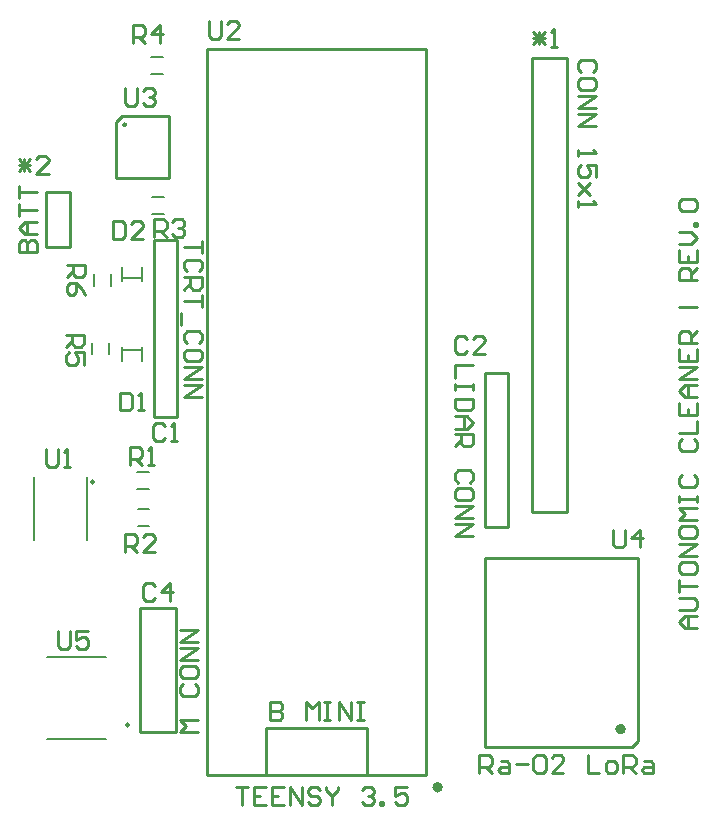
<source format=gto>
G04*
G04 #@! TF.GenerationSoftware,Altium Limited,Altium Designer,24.7.2 (38)*
G04*
G04 Layer_Color=65535*
%FSLAX42Y42*%
%MOMM*%
G71*
G04*
G04 #@! TF.SameCoordinates,CE458257-ED55-464B-8F26-E5EFE0AAFCD9*
G04*
G04*
G04 #@! TF.FilePolarity,Positive*
G04*
G01*
G75*
%ADD10C,0.25*%
%ADD11C,0.50*%
%ADD12C,0.25*%
%ADD13C,0.20*%
D10*
X7360Y8823D02*
G03*
X7360Y8823I-10J0D01*
G01*
X7725Y8373D02*
Y8898D01*
X7275Y8373D02*
X7725D01*
X7275D02*
Y8848D01*
X7325Y8898D01*
X7725D01*
X10400Y3557D02*
Y5157D01*
X11700Y3982D02*
Y4632D01*
Y3701D02*
Y3788D01*
Y3982D01*
X10400Y5157D02*
X11700D01*
Y4632D02*
Y5157D01*
X10400Y3557D02*
X11650D01*
X11700Y3607D01*
Y3701D01*
X10600Y5420D02*
Y6720D01*
X10400D02*
X10600D01*
X10400Y5420D02*
Y6720D01*
Y5420D02*
X10600D01*
X6688Y7786D02*
Y8256D01*
X6892Y7786D02*
Y8256D01*
X6688D02*
X6892D01*
X6688Y7786D02*
X6892D01*
X7597Y6347D02*
X7797D01*
X7597D02*
Y7847D01*
X7797D01*
Y6347D02*
Y7847D01*
X7484Y4729D02*
X7784D01*
Y3679D02*
Y4729D01*
X7484Y3679D02*
X7784D01*
X7484D02*
Y4729D01*
X9900Y3314D02*
Y9464D01*
X8050D02*
X9900D01*
X8050Y3314D02*
Y9464D01*
Y3314D02*
X9900D01*
X9400D02*
Y3714D01*
X8550D02*
X9400D01*
X8550Y3314D02*
Y3714D01*
X10799Y5542D02*
X11099D01*
X10799D02*
Y9392D01*
X11099D01*
Y5542D02*
Y9392D01*
X12195Y4565D02*
X12093D01*
X12042Y4616D01*
X12093Y4667D01*
X12195D01*
X12118D01*
Y4565D01*
X12042Y4718D02*
X12169D01*
X12195Y4743D01*
Y4794D01*
X12169Y4819D01*
X12042D01*
Y4870D02*
Y4972D01*
Y4921D01*
X12195D01*
X12042Y5099D02*
Y5048D01*
X12068Y5022D01*
X12169D01*
X12195Y5048D01*
Y5099D01*
X12169Y5124D01*
X12068D01*
X12042Y5099D01*
X12195Y5175D02*
X12042D01*
X12195Y5276D01*
X12042D01*
Y5403D02*
Y5353D01*
X12068Y5327D01*
X12169D01*
X12195Y5353D01*
Y5403D01*
X12169Y5429D01*
X12068D01*
X12042Y5403D01*
X12195Y5480D02*
X12042D01*
X12093Y5530D01*
X12042Y5581D01*
X12195D01*
X12042Y5632D02*
Y5683D01*
Y5657D01*
X12195D01*
Y5632D01*
Y5683D01*
X12068Y5860D02*
X12042Y5835D01*
Y5784D01*
X12068Y5759D01*
X12169D01*
X12195Y5784D01*
Y5835D01*
X12169Y5860D01*
X12068Y6165D02*
X12042Y6140D01*
Y6089D01*
X12068Y6064D01*
X12169D01*
X12195Y6089D01*
Y6140D01*
X12169Y6165D01*
X12042Y6216D02*
X12195D01*
Y6317D01*
X12042Y6470D02*
Y6368D01*
X12195D01*
Y6470D01*
X12118Y6368D02*
Y6419D01*
X12195Y6521D02*
X12093D01*
X12042Y6571D01*
X12093Y6622D01*
X12195D01*
X12118D01*
Y6521D01*
X12195Y6673D02*
X12042D01*
X12195Y6774D01*
X12042D01*
Y6927D02*
Y6825D01*
X12195D01*
Y6927D01*
X12118Y6825D02*
Y6876D01*
X12195Y6978D02*
X12042D01*
Y7054D01*
X12068Y7079D01*
X12118D01*
X12144Y7054D01*
Y6978D01*
Y7028D02*
X12195Y7079D01*
X12042Y7282D02*
X12195D01*
Y7511D02*
X12042D01*
Y7587D01*
X12068Y7612D01*
X12118D01*
X12144Y7587D01*
Y7511D01*
Y7562D02*
X12195Y7612D01*
X12042Y7765D02*
Y7663D01*
X12195D01*
Y7765D01*
X12118Y7663D02*
Y7714D01*
X12042Y7816D02*
X12144D01*
X12195Y7866D01*
X12144Y7917D01*
X12042D01*
X12195Y7968D02*
X12169D01*
Y7993D01*
X12195D01*
Y7968D01*
X12068Y8095D02*
X12042Y8120D01*
Y8171D01*
X12068Y8196D01*
X12169D01*
X12195Y8171D01*
Y8120D01*
X12169Y8095D01*
X12068D01*
X10355Y3335D02*
Y3488D01*
X10432D01*
X10457Y3462D01*
Y3412D01*
X10432Y3386D01*
X10355D01*
X10406D02*
X10457Y3335D01*
X10533Y3437D02*
X10584D01*
X10609Y3412D01*
Y3335D01*
X10533D01*
X10508Y3361D01*
X10533Y3386D01*
X10609D01*
X10660Y3412D02*
X10762D01*
X10812Y3462D02*
X10838Y3488D01*
X10889D01*
X10914Y3462D01*
Y3361D01*
X10889Y3335D01*
X10838D01*
X10812Y3361D01*
Y3462D01*
X11066Y3335D02*
X10965D01*
X11066Y3437D01*
Y3462D01*
X11041Y3488D01*
X10990D01*
X10965Y3462D01*
X11270Y3488D02*
Y3335D01*
X11371D01*
X11447D02*
X11498D01*
X11523Y3361D01*
Y3412D01*
X11498Y3437D01*
X11447D01*
X11422Y3412D01*
Y3361D01*
X11447Y3335D01*
X11574D02*
Y3488D01*
X11650D01*
X11676Y3462D01*
Y3412D01*
X11650Y3386D01*
X11574D01*
X11625D02*
X11676Y3335D01*
X11752Y3437D02*
X11803D01*
X11828Y3412D01*
Y3335D01*
X11752D01*
X11727Y3361D01*
X11752Y3386D01*
X11828D01*
X10298Y6785D02*
X10145D01*
Y6683D01*
X10298Y6632D02*
Y6581D01*
Y6607D01*
X10145D01*
Y6632D01*
Y6581D01*
X10298Y6505D02*
X10145D01*
Y6429D01*
X10171Y6404D01*
X10272D01*
X10298Y6429D01*
Y6505D01*
X10145Y6353D02*
X10247D01*
X10298Y6302D01*
X10247Y6251D01*
X10145D01*
X10222D01*
Y6353D01*
X10145Y6201D02*
X10298D01*
Y6124D01*
X10272Y6099D01*
X10222D01*
X10196Y6124D01*
Y6201D01*
Y6150D02*
X10145Y6099D01*
X10272Y5794D02*
X10298Y5820D01*
Y5870D01*
X10272Y5896D01*
X10171D01*
X10145Y5870D01*
Y5820D01*
X10171Y5794D01*
X10298Y5667D02*
Y5718D01*
X10272Y5744D01*
X10171D01*
X10145Y5718D01*
Y5667D01*
X10171Y5642D01*
X10272D01*
X10298Y5667D01*
X10145Y5591D02*
X10298D01*
X10145Y5490D01*
X10298D01*
X10145Y5439D02*
X10298D01*
X10145Y5337D01*
X10298D01*
X6452Y7749D02*
X6605D01*
Y7826D01*
X6579Y7851D01*
X6554D01*
X6528Y7826D01*
Y7749D01*
Y7826D01*
X6503Y7851D01*
X6478D01*
X6452Y7826D01*
Y7749D01*
X6605Y7902D02*
X6503D01*
X6452Y7953D01*
X6503Y8003D01*
X6605D01*
X6528D01*
Y7902D01*
X6452Y8054D02*
Y8156D01*
Y8105D01*
X6605D01*
X6452Y8206D02*
Y8308D01*
Y8257D01*
X6605D01*
X8003Y7835D02*
Y7733D01*
Y7784D01*
X7851D01*
X7978Y7581D02*
X8003Y7606D01*
Y7657D01*
X7978Y7682D01*
X7876D01*
X7851Y7657D01*
Y7606D01*
X7876Y7581D01*
X7851Y7530D02*
X8003D01*
Y7454D01*
X7978Y7428D01*
X7927D01*
X7902Y7454D01*
Y7530D01*
Y7479D02*
X7851Y7428D01*
X8003Y7378D02*
Y7276D01*
Y7327D01*
X7851D01*
X7825Y7225D02*
Y7124D01*
X7978Y6971D02*
X8003Y6997D01*
Y7047D01*
X7978Y7073D01*
X7876D01*
X7851Y7047D01*
Y6997D01*
X7876Y6971D01*
X8003Y6844D02*
Y6895D01*
X7978Y6920D01*
X7876D01*
X7851Y6895D01*
Y6844D01*
X7876Y6819D01*
X7978D01*
X8003Y6844D01*
X7851Y6768D02*
X8003D01*
X7851Y6667D01*
X8003D01*
X7851Y6616D02*
X8003D01*
X7851Y6514D01*
X8003D01*
X7975Y3685D02*
X7822D01*
X7873Y3736D01*
X7822Y3787D01*
X7975D01*
X7848Y4092D02*
X7822Y4066D01*
Y4015D01*
X7848Y3990D01*
X7949D01*
X7975Y4015D01*
Y4066D01*
X7949Y4092D01*
X7822Y4219D02*
Y4168D01*
X7848Y4142D01*
X7949D01*
X7975Y4168D01*
Y4219D01*
X7949Y4244D01*
X7848D01*
X7822Y4219D01*
X7975Y4295D02*
X7822D01*
X7975Y4396D01*
X7822D01*
X7975Y4447D02*
X7822D01*
X7975Y4549D01*
X7822D01*
X8295Y3218D02*
X8397D01*
X8346D01*
Y3065D01*
X8549Y3218D02*
X8448D01*
Y3065D01*
X8549D01*
X8448Y3142D02*
X8499D01*
X8702Y3218D02*
X8600D01*
Y3065D01*
X8702D01*
X8600Y3142D02*
X8651D01*
X8752Y3065D02*
Y3218D01*
X8854Y3065D01*
Y3218D01*
X9006Y3192D02*
X8981Y3218D01*
X8930D01*
X8905Y3192D01*
Y3167D01*
X8930Y3142D01*
X8981D01*
X9006Y3116D01*
Y3091D01*
X8981Y3065D01*
X8930D01*
X8905Y3091D01*
X9057Y3218D02*
Y3192D01*
X9108Y3142D01*
X9159Y3192D01*
Y3218D01*
X9108Y3142D02*
Y3065D01*
X9362Y3192D02*
X9387Y3218D01*
X9438D01*
X9463Y3192D01*
Y3167D01*
X9438Y3142D01*
X9413D01*
X9438D01*
X9463Y3116D01*
Y3091D01*
X9438Y3065D01*
X9387D01*
X9362Y3091D01*
X9514Y3065D02*
Y3091D01*
X9540D01*
Y3065D01*
X9514D01*
X9743Y3218D02*
X9641D01*
Y3142D01*
X9692Y3167D01*
X9717D01*
X9743Y3142D01*
Y3091D01*
X9717Y3065D01*
X9667D01*
X9641Y3091D01*
X8585Y3938D02*
Y3785D01*
X8662D01*
X8687Y3811D01*
Y3836D01*
X8662Y3862D01*
X8585D01*
X8662D01*
X8687Y3887D01*
Y3912D01*
X8662Y3938D01*
X8585D01*
X8890Y3785D02*
Y3938D01*
X8941Y3887D01*
X8992Y3938D01*
Y3785D01*
X9042Y3938D02*
X9093D01*
X9068D01*
Y3785D01*
X9042D01*
X9093D01*
X9169D02*
Y3938D01*
X9271Y3785D01*
Y3938D01*
X9322D02*
X9373D01*
X9347D01*
Y3785D01*
X9322D01*
X9373D01*
X11312Y9273D02*
X11338Y9298D01*
Y9349D01*
X11312Y9375D01*
X11211D01*
X11185Y9349D01*
Y9298D01*
X11211Y9273D01*
X11338Y9146D02*
Y9197D01*
X11312Y9222D01*
X11211D01*
X11185Y9197D01*
Y9146D01*
X11211Y9121D01*
X11312D01*
X11338Y9146D01*
X11185Y9070D02*
X11338D01*
X11185Y8968D01*
X11338D01*
X11185Y8918D02*
X11338D01*
X11185Y8816D01*
X11338D01*
X11185Y8613D02*
Y8562D01*
Y8587D01*
X11338D01*
X11312Y8613D01*
X11338Y8384D02*
Y8486D01*
X11262D01*
X11287Y8435D01*
Y8410D01*
X11262Y8384D01*
X11211D01*
X11185Y8410D01*
Y8460D01*
X11211Y8486D01*
X11287Y8334D02*
X11185Y8232D01*
X11236Y8283D01*
X11287Y8232D01*
X11185Y8334D01*
Y8181D02*
Y8130D01*
Y8156D01*
X11338D01*
X11312Y8181D01*
X6452Y8537D02*
X6553Y8435D01*
X6452D02*
X6553Y8537D01*
X6452Y8486D02*
X6553D01*
X6502Y8435D02*
Y8537D01*
X6706Y8410D02*
X6604D01*
X6706Y8512D01*
Y8537D01*
X6680Y8562D01*
X6629D01*
X6604Y8537D01*
X10246Y7013D02*
X10221Y7038D01*
X10170D01*
X10145Y7013D01*
Y6911D01*
X10170Y6886D01*
X10221D01*
X10246Y6911D01*
X10399Y6886D02*
X10297D01*
X10399Y6988D01*
Y7013D01*
X10373Y7038D01*
X10323D01*
X10297Y7013D01*
X6864Y7637D02*
X7016D01*
Y7561D01*
X6991Y7535D01*
X6940D01*
X6915Y7561D01*
Y7637D01*
Y7586D02*
X6864Y7535D01*
X7016Y7383D02*
X6991Y7434D01*
X6940Y7485D01*
X6889D01*
X6864Y7459D01*
Y7408D01*
X6889Y7383D01*
X6915D01*
X6940Y7408D01*
Y7485D01*
X6854Y7047D02*
X7006D01*
Y6971D01*
X6981Y6945D01*
X6930D01*
X6905Y6971D01*
Y7047D01*
Y6996D02*
X6854Y6945D01*
X7006Y6793D02*
Y6895D01*
X6930D01*
X6955Y6844D01*
Y6818D01*
X6930Y6793D01*
X6879D01*
X6854Y6818D01*
Y6869D01*
X6879Y6895D01*
X7253Y8006D02*
Y7854D01*
X7329D01*
X7355Y7879D01*
Y7981D01*
X7329Y8006D01*
X7253D01*
X7507Y7854D02*
X7405D01*
X7507Y7955D01*
Y7981D01*
X7482Y8006D01*
X7431D01*
X7405Y7981D01*
X7308Y6556D02*
Y6404D01*
X7385D01*
X7410Y6429D01*
Y6531D01*
X7385Y6556D01*
X7308D01*
X7461Y6404D02*
X7512D01*
X7486D01*
Y6556D01*
X7461Y6531D01*
X6688Y6076D02*
Y5949D01*
X6714Y5924D01*
X6765D01*
X6790Y5949D01*
Y6076D01*
X6841Y5924D02*
X6892D01*
X6866D01*
Y6076D01*
X6841Y6051D01*
X7353Y5204D02*
Y5356D01*
X7429D01*
X7455Y5331D01*
Y5280D01*
X7429Y5255D01*
X7353D01*
X7404D02*
X7455Y5204D01*
X7607D02*
X7505D01*
X7607Y5305D01*
Y5331D01*
X7582Y5356D01*
X7531D01*
X7505Y5331D01*
X7398Y5944D02*
Y6096D01*
X7475D01*
X7500Y6071D01*
Y6020D01*
X7475Y5995D01*
X7398D01*
X7449D02*
X7500Y5944D01*
X7551D02*
X7602D01*
X7576D01*
Y6096D01*
X7551Y6071D01*
X11483Y5396D02*
Y5269D01*
X11508Y5244D01*
X11559D01*
X11585Y5269D01*
Y5396D01*
X11712Y5244D02*
Y5396D01*
X11635Y5320D01*
X11737D01*
X6786Y4537D02*
Y4410D01*
X6811Y4385D01*
X6862D01*
X6887Y4410D01*
Y4537D01*
X7040D02*
X6938D01*
Y4461D01*
X6989Y4486D01*
X7014D01*
X7040Y4461D01*
Y4410D01*
X7014Y4385D01*
X6963D01*
X6938Y4410D01*
X7353Y9136D02*
Y9009D01*
X7378Y8984D01*
X7429D01*
X7455Y9009D01*
Y9136D01*
X7505Y9111D02*
X7531Y9136D01*
X7582D01*
X7607Y9111D01*
Y9085D01*
X7582Y9060D01*
X7556D01*
X7582D01*
X7607Y9035D01*
Y9009D01*
X7582Y8984D01*
X7531D01*
X7505Y9009D01*
X8062Y9705D02*
Y9578D01*
X8087Y9553D01*
X8138D01*
X8164Y9578D01*
Y9705D01*
X8316Y9553D02*
X8214D01*
X8316Y9655D01*
Y9680D01*
X8290Y9705D01*
X8240D01*
X8214Y9680D01*
X7422Y9515D02*
Y9667D01*
X7498D01*
X7523Y9642D01*
Y9591D01*
X7498Y9566D01*
X7422D01*
X7473D02*
X7523Y9515D01*
X7650D02*
Y9667D01*
X7574Y9591D01*
X7676D01*
X7603Y7874D02*
Y8026D01*
X7679D01*
X7705Y8001D01*
Y7950D01*
X7679Y7925D01*
X7603D01*
X7654D02*
X7705Y7874D01*
X7755Y8001D02*
X7781Y8026D01*
X7832D01*
X7857Y8001D01*
Y7975D01*
X7832Y7950D01*
X7806D01*
X7832D01*
X7857Y7925D01*
Y7899D01*
X7832Y7874D01*
X7781D01*
X7755Y7899D01*
X7690Y6271D02*
X7665Y6296D01*
X7614D01*
X7588Y6271D01*
Y6169D01*
X7614Y6144D01*
X7665D01*
X7690Y6169D01*
X7741Y6144D02*
X7792D01*
X7766D01*
Y6296D01*
X7741Y6271D01*
X10810Y9606D02*
X10912Y9505D01*
X10810D02*
X10912Y9606D01*
X10810Y9555D02*
X10912D01*
X10861Y9505D02*
Y9606D01*
X10963Y9479D02*
X11013D01*
X10988D01*
Y9632D01*
X10963Y9606D01*
X7605Y4921D02*
X7579Y4946D01*
X7528D01*
X7503Y4921D01*
Y4819D01*
X7528Y4794D01*
X7579D01*
X7605Y4819D01*
X7732Y4794D02*
Y4946D01*
X7655Y4870D01*
X7757D01*
D11*
X11570Y3707D02*
G03*
X11570Y3707I-20J0D01*
G01*
X10020Y3214D02*
G03*
X10020Y3214I-20J0D01*
G01*
D12*
X7091Y5800D02*
G03*
X7091Y5800I-12J0D01*
G01*
X7388Y3742D02*
G03*
X7388Y3742I-12J0D01*
G01*
D13*
X6579Y5310D02*
Y5840D01*
X7029Y5310D02*
Y5840D01*
X7495Y6820D02*
Y6940D01*
X7325Y6820D02*
Y6940D01*
X7332Y6912D02*
X7488D01*
X7332Y7528D02*
X7488D01*
X7495Y7500D02*
Y7620D01*
X7325Y7500D02*
Y7620D01*
X7088Y7460D02*
Y7560D01*
X7232Y7460D02*
Y7560D01*
X7222Y6878D02*
Y6978D01*
X7078Y6878D02*
Y6978D01*
X7460Y5572D02*
X7560D01*
X7460Y5428D02*
X7560D01*
X7459Y5883D02*
X7559D01*
X7459Y5738D02*
X7559D01*
X6690Y4315D02*
X7190D01*
X6690Y3625D02*
X7190D01*
X7584Y8068D02*
X7684D01*
X7584Y8213D02*
X7684D01*
X7575Y9253D02*
X7675D01*
X7575Y9397D02*
X7675D01*
M02*

</source>
